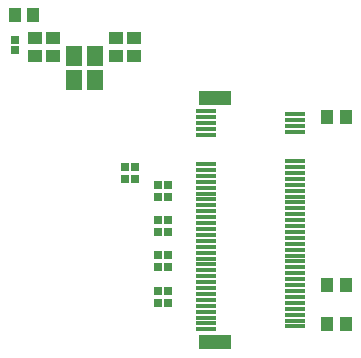
<source format=gts>
G04*
G04 #@! TF.GenerationSoftware,Altium Limited,Altium Designer,23.5.1 (21)*
G04*
G04 Layer_Color=8388736*
%FSLAX25Y25*%
%MOIN*%
G70*
G04*
G04 #@! TF.SameCoordinates,759C71C3-0AE8-42CF-A238-0F2E4D7DB1F7*
G04*
G04*
G04 #@! TF.FilePolarity,Negative*
G04*
G01*
G75*
%ADD17R,0.10827X0.04724*%
%ADD18R,0.06693X0.01181*%
%ADD20R,0.05367X0.06587*%
%ADD21R,0.04461X0.04658*%
%ADD22R,0.02959X0.02762*%
%ADD23R,0.04658X0.04461*%
%ADD24R,0.02762X0.02959*%
D17*
X129551Y151012D02*
D03*
Y69516D02*
D03*
D18*
X126500Y138807D02*
D03*
Y146681D02*
D03*
X156224Y145697D02*
D03*
X126500Y144713D02*
D03*
X156224Y143728D02*
D03*
X126500Y142744D02*
D03*
X156224Y141760D02*
D03*
X126500Y140776D02*
D03*
X156224Y139791D02*
D03*
Y129949D02*
D03*
X126500Y128965D02*
D03*
X156224Y127980D02*
D03*
X126500Y126996D02*
D03*
X156224Y126012D02*
D03*
X126500Y125028D02*
D03*
X156224Y124043D02*
D03*
X126500Y123059D02*
D03*
X156224Y122075D02*
D03*
X126500Y121091D02*
D03*
X156224Y120106D02*
D03*
X126500Y119122D02*
D03*
X156224Y118138D02*
D03*
X126500Y117154D02*
D03*
X156224Y116169D02*
D03*
X126500Y115185D02*
D03*
X156224Y114201D02*
D03*
X126500Y113216D02*
D03*
X156224Y112232D02*
D03*
X126500Y111248D02*
D03*
X156224Y110264D02*
D03*
X126500Y109280D02*
D03*
X156224Y108295D02*
D03*
X126500Y107311D02*
D03*
X156224Y106327D02*
D03*
X126500Y105342D02*
D03*
X156224Y104358D02*
D03*
X126500Y103374D02*
D03*
X156224Y102390D02*
D03*
X126500Y101406D02*
D03*
X156224Y100421D02*
D03*
X126500Y99437D02*
D03*
X156224Y98453D02*
D03*
X126500Y97469D02*
D03*
X156224Y96484D02*
D03*
X126500Y95500D02*
D03*
X156224Y94516D02*
D03*
X126500Y93532D02*
D03*
X156224Y92547D02*
D03*
X126500Y91563D02*
D03*
X156224Y90579D02*
D03*
X126500Y89595D02*
D03*
X156224Y88610D02*
D03*
X126500Y87626D02*
D03*
X156224Y86642D02*
D03*
X126500Y85658D02*
D03*
X156224Y84673D02*
D03*
X126500Y83689D02*
D03*
X156224Y82705D02*
D03*
X126500Y81721D02*
D03*
X156224Y80736D02*
D03*
X126500Y79752D02*
D03*
X156224Y78768D02*
D03*
X126500Y77784D02*
D03*
X156224Y76799D02*
D03*
X126500Y75815D02*
D03*
X156224Y74831D02*
D03*
X126500Y73847D02*
D03*
D20*
X82496Y157000D02*
D03*
X89504D02*
D03*
X82496Y165000D02*
D03*
X89504D02*
D03*
D21*
X173031Y75500D02*
D03*
X166969D02*
D03*
X69000Y178500D02*
D03*
X62937D02*
D03*
X173031Y88500D02*
D03*
X166969D02*
D03*
X173031Y144500D02*
D03*
X166969D02*
D03*
D22*
X63000Y170173D02*
D03*
Y166827D02*
D03*
D23*
X96500Y171031D02*
D03*
Y164969D02*
D03*
X102500Y171031D02*
D03*
Y164969D02*
D03*
X75500Y171031D02*
D03*
Y164969D02*
D03*
X69500Y171031D02*
D03*
Y164969D02*
D03*
D24*
X110654Y122000D02*
D03*
X114000D02*
D03*
X110654Y118018D02*
D03*
X114000D02*
D03*
X99654Y128080D02*
D03*
X103000D02*
D03*
X99654Y124080D02*
D03*
X103000D02*
D03*
X110654Y82770D02*
D03*
X114000D02*
D03*
X110654Y86772D02*
D03*
X114000D02*
D03*
X110654Y98500D02*
D03*
X114000D02*
D03*
X110654Y94515D02*
D03*
X114000D02*
D03*
X110654Y110264D02*
D03*
X114000D02*
D03*
X110654Y106260D02*
D03*
X114000D02*
D03*
M02*

</source>
